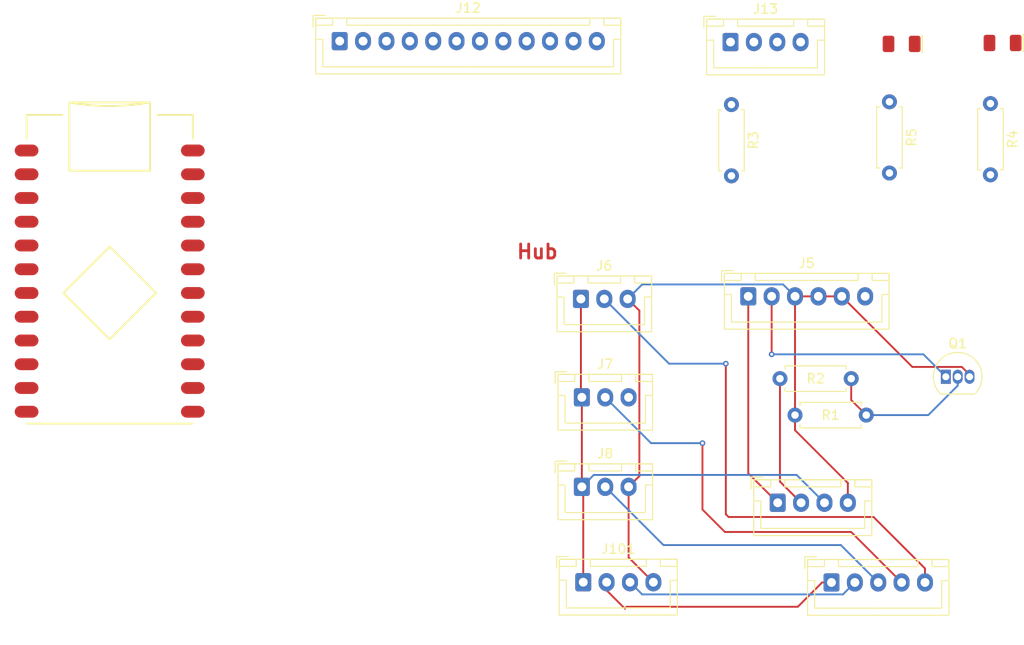
<source format=kicad_pcb>
(kicad_pcb (version 20241229) (generator "pcbnew") (generator_version "9.0")
  (layers (0 "F.Cu" signal) (2 "B.Cu" signal) (13 "F.Paste" user) (15 "B.Paste" user) (5 "F.SilkS" user "F.Silkscreen") (7 "B.SilkS" user "B.Silkscreen") (1 "F.Mask" user) (3 "B.Mask" user) (25 "Edge.Cuts" user))
  (net 0 "")
  (net 1 "GND")
  (net 2 "Net-(D2-A)")
  (net 3 "Net-(D3-A)")
  (net 4 "/Motor_Enable")
  (net 5 "20V")
  (net 6 "/Motor_PWM")
  (net 7 "VCC")
  (net 8 "Net-(J6-Pin_2)")
  (net 9 "Net-(J7-Pin_2)")
  (net 11 "Net-(J8-Pin_2)")
  (net 12 "Matrix_Row2")
  (net 13 "Matrix_Col1")
  (net 14 "Matrix_Row4")
  (net 15 "Matrix_Row1")
  (net 16 "Matrix_Col2")
  (net 18 "Matrix_Col4")
  (net 19 "Matrix_Col3")
  (net 20 "Matrix_Row3")
  (net 21 "Net-(J13-Pin_1)")
  (net 24 "Net-(J101-Pin_2)")
  (net 25 "Net-(J101-Pin_3)")
  (net 26 "Net-(Q1-B)")
  (net 27 "Net-(U1-D3)")
  (net 28 "Net-(U1-RX)")
  (net 32 "Net-(U1-D16)")
  (footprint "Connector_JST:JST_XH_B3B-XH-A_1x03_P2.50mm_Vertical" (layer "F.Cu") (at 146.4 65.7)
    (property "Reference" "J7" (at 2.5 -3.55 0) (layer "F.SilkS"))
    (property "Value" "Y-Axis")
    (fp_line (start -2.85 -2.75) (end -2.85 -1.5) (stroke (width 0.12)) (layer "F.SilkS"))
    (fp_line (start -2.55 -0.2) (end -1.8 -0.2) (stroke (width 0.12)) (layer "F.SilkS"))
    (fp_line (start -1.8 -0.2) (end -1.8 2.75) (stroke (width 0.12)) (layer "F.SilkS"))
    (fp_line (start -1.8 2.75) (end 2.5 2.75) (stroke (width 0.12)) (layer "F.SilkS"))
    (fp_line (start -1.6 -2.75) (end -2.85 -2.75) (stroke (width 0.12)) (layer "F.SilkS"))
    (fp_line (start 6.8 -0.2) (end 6.8 2.75) (stroke (width 0.12)) (layer "F.SilkS"))
    (fp_line (start 6.8 2.75) (end 2.5 2.75) (stroke (width 0.12)) (layer "F.SilkS"))
    (fp_line (start 7.55 -0.2) (end 6.8 -0.2) (stroke (width 0.12)) (layer "F.SilkS"))
    (fp_rect (start -2.56 -2.46) (end 7.56 3.51) (stroke (width 0.12)) (fill no) (layer "F.SilkS"))
    (fp_rect (start -2.55 -2.45) (end -0.75 -1.7) (stroke (width 0.12)) (fill no) (layer "F.SilkS"))
    (fp_rect (start 0.75 -2.45) (end 4.25 -1.7) (stroke (width 0.12)) (fill no) (layer "F.SilkS"))
    (fp_rect (start 5.75 -2.45) (end 7.55 -1.7) (stroke (width 0.12)) (fill no) (layer "F.SilkS"))
    (pad "1" thru_hole roundrect (at 0 0) (size 1.7 1.95) (drill 0.95) (layers "*.Cu" "*.Mask") (roundrect_rratio 0.147059) (net 7 "VCC"))
    (pad "2" thru_hole oval (at 2.5 0) (size 1.7 1.95) (drill 0.95) (layers "*.Cu" "*.Mask") (net 9 "Net-(J7-Pin_2)"))
    (pad "3" thru_hole oval (at 5 0) (size 1.7 1.95) (drill 0.95) (layers "*.Cu" "*.Mask"))
  )
  (footprint "Package_TO_SOT_THT:TO-92_Inline" (layer "F.Cu") (at 185.33 63.5)
    (property "Reference" "Q1" (at 1.27 -3.56 0) (layer "F.SilkS"))
    (property "Value" "BC548")
    (fp_line (start -0.53 1.85) (end 3.07 1.85) (stroke (width 0.12)) (layer "F.SilkS"))
    (fp_arc (start -0.568478 1.838478) (mid -1.132087 -0.994977) (end 1.27 -2.6) (stroke (width 0.12)) (layer "F.SilkS"))
    (fp_arc (start 1.27 -2.6) (mid 3.672087 -0.994977) (end 3.108478 1.838478) (stroke (width 0.12)) (layer "F.SilkS"))
    (pad "1" thru_hole rect (at 0 0) (size 1.05 1.5) (drill 0.75) (layers "*.Cu" "*.Mask") (net 4 "/Motor_Enable"))
    (pad "2" thru_hole oval (at 1.27 0) (size 1.05 1.5) (drill 0.75) (layers "*.Cu" "*.Mask") (net 26 "Net-(Q1-B)"))
    (pad "3" thru_hole oval (at 2.54 0) (size 1.05 1.5) (drill 0.75) (layers "*.Cu" "*.Mask") (net 1 "GND"))
  )
  (footprint "Connector_JST:JST_XH_B5B-XH-A_1x05_P2.50mm_Vertical" (layer "F.Cu") (at 173.1 85.5)
    (property "Reference" "J2" (hide yes))
    (property "Value" "JST_XH_B5B-XH-A_1x05_P2.50mm_Vertical" (hide yes))
    (fp_line (start -2.85 -2.75) (end -2.85 -1.5) (stroke (width 0.12)) (layer "F.SilkS"))
    (fp_line (start -2.55 -0.2) (end -1.8 -0.2) (stroke (width 0.12)) (layer "F.SilkS"))
    (fp_line (start -1.8 -0.2) (end -1.8 2.75) (stroke (width 0.12)) (layer "F.SilkS"))
    (fp_line (start -1.8 2.75) (end 5 2.75) (stroke (width 0.12)) (layer "F.SilkS"))
    (fp_line (start -1.6 -2.75) (end -2.85 -2.75) (stroke (width 0.12)) (layer "F.SilkS"))
    (fp_line (start 11.8 -0.2) (end 11.8 2.75) (stroke (width 0.12)) (layer "F.SilkS"))
    (fp_line (start 11.8 2.75) (end 5 2.75) (stroke (width 0.12)) (layer "F.SilkS"))
    (fp_line (start 12.55 -0.2) (end 11.8 -0.2) (stroke (width 0.12)) (layer "F.SilkS"))
    (fp_rect (start -2.56 -2.46) (end 12.56 3.51) (stroke (width 0.12)) (fill no) (layer "F.SilkS"))
    (fp_rect (start -2.55 -2.45) (end -0.75 -1.7) (stroke (width 0.12)) (fill no) (layer "F.SilkS"))
    (fp_rect (start 0.75 -2.45) (end 9.25 -1.7) (stroke (width 0.12)) (fill no) (layer "F.SilkS"))
    (fp_rect (start 10.75 -2.45) (end 12.55 -1.7) (stroke (width 0.12)) (fill no) (layer "F.SilkS"))
    (pad "1" thru_hole roundrect (at 0 0) (size 1.7 1.95) (drill 0.95) (layers "*.Cu" "*.Mask") (roundrect_rratio 0.147059) (net 24 "Net-(J101-Pin_2)"))
    (pad "2" thru_hole oval (at 2.5 0) (size 1.7 1.95) (drill 0.95) (layers "*.Cu" "*.Mask") (net 25 "Net-(J101-Pin_3)"))
    (pad "3" thru_hole oval (at 5 0) (size 1.7 1.95) (drill 0.95) (layers "*.Cu" "*.Mask") (net 11 "Net-(J8-Pin_2)"))
    (pad "4" thru_hole oval (at 7.5 0) (size 1.7 1.95) (drill 0.95) (layers "*.Cu" "*.Mask") (net 9 "Net-(J7-Pin_2)"))
    (pad "5" thru_hole oval (at 10 0) (size 1.7 1.95) (drill 0.95) (layers "*.Cu" "*.Mask") (net 8 "Net-(J6-Pin_2)"))
  )
  (footprint "Resistor_THT:R_Axial_DIN0207_L6.3mm_D2.5mm_P7.62mm_Horizontal" (layer "F.Cu") (at 190.1 34.28 -90)
    (property "Reference" "R4" (at 3.81 -2.37 90) (layer "F.SilkS"))
    (property "Value" "4.7k")
    (fp_line (start 0.54 1.37) (end 7.08 1.37) (stroke (width 0.12)) (layer "F.SilkS"))
    (fp_line (start 7.08 1.37) (end 7.08 1.04) (stroke (width 0.12)) (layer "F.SilkS"))
    (fp_line (start 0.54 1.04) (end 0.54 1.37) (stroke (width 0.12)) (layer "F.SilkS"))
    (fp_line (start 0.54 -1.04) (end 0.54 -1.37) (stroke (width 0.12)) (layer "F.SilkS"))
    (fp_line (start 0.54 -1.37) (end 7.08 -1.37) (stroke (width 0.12)) (layer "F.SilkS"))
    (fp_line (start 7.08 -1.37) (end 7.08 -1.04) (stroke (width 0.12)) (layer "F.SilkS"))
    (pad "1" thru_hole circle (at 0 0 270) (size 1.6 1.6) (drill 0.8) (layers "*.Cu" "*.Mask") (net 3 "Net-(D3-A)"))
    (pad "2" thru_hole circle (at 7.62 0 270) (size 1.6 1.6) (drill 0.8) (layers "*.Cu" "*.Mask") (net 28 "Net-(U1-RX)"))
  )
  (footprint "Resistor_THT:R_Axial_DIN0207_L6.3mm_D2.5mm_P7.62mm_Horizontal" (layer "F.Cu") (at 162.4 34.39 -90)
    (property "Reference" "R3" (at 3.81 -2.37 90) (layer "F.SilkS"))
    (property "Value" "820")
    (fp_line (start 0.54 1.37) (end 7.08 1.37) (stroke (width 0.12)) (layer "F.SilkS"))
    (fp_line (start 7.08 1.37) (end 7.08 1.04) (stroke (width 0.12)) (layer "F.SilkS"))
    (fp_line (start 0.54 1.04) (end 0.54 1.37) (stroke (width 0.12)) (layer "F.SilkS"))
    (fp_line (start 0.54 -1.04) (end 0.54 -1.37) (stroke (width 0.12)) (layer "F.SilkS"))
    (fp_line (start 0.54 -1.37) (end 7.08 -1.37) (stroke (width 0.12)) (layer "F.SilkS"))
    (fp_line (start 7.08 -1.37) (end 7.08 -1.04) (stroke (width 0.12)) (layer "F.SilkS"))
    (pad "1" thru_hole circle (at 0 0 270) (size 1.6 1.6) (drill 0.8) (layers "*.Cu" "*.Mask") (net 21 "Net-(J13-Pin_1)"))
    (pad "2" thru_hole circle (at 7.62 0 270) (size 1.6 1.6) (drill 0.8) (layers "*.Cu" "*.Mask") (net 27 "Net-(U1-D3)"))
  )
  (footprint "Connector_JST:JST_XH_B6B-XH-A_1x06_P2.50mm_Vertical" (layer "F.Cu") (at 164.2 54.9)
    (property "Reference" "J5" (at 6.25 -3.55 0) (layer "F.SilkS"))
    (property "Value" "Motor-PCB")
    (fp_line (start -2.85 -2.75) (end -2.85 -1.5) (stroke (width 0.12)) (layer "F.SilkS"))
    (fp_line (start -2.55 -0.2) (end -1.8 -0.2) (stroke (width 0.12)) (layer "F.SilkS"))
    (fp_line (start -1.8 -0.2) (end -1.8 2.75) (stroke (width 0.12)) (layer "F.SilkS"))
    (fp_line (start -1.8 2.75) (end 6.25 2.75) (stroke (width 0.12)) (layer "F.SilkS"))
    (fp_line (start -1.6 -2.75) (end -2.85 -2.75) (stroke (width 0.12)) (layer "F.SilkS"))
    (fp_line (start 14.3 -0.2) (end 14.3 2.75) (stroke (width 0.12)) (layer "F.SilkS"))
    (fp_line (start 14.3 2.75) (end 6.25 2.75) (stroke (width 0.12)) (layer "F.SilkS"))
    (fp_line (start 15.05 -0.2) (end 14.3 -0.2) (stroke (width 0.12)) (layer "F.SilkS"))
    (fp_rect (start -2.56 -2.46) (end 15.06 3.51) (stroke (width 0.12)) (fill no) (layer "F.SilkS"))
    (fp_rect (start -2.55 -2.45) (end -0.75 -1.7) (stroke (width 0.12)) (fill no) (layer "F.SilkS"))
    (fp_rect (start 0.75 -2.45) (end 11.75 -1.7) (stroke (width 0.12)) (fill no) (layer "F.SilkS"))
    (fp_rect (start 13.25 -2.45) (end 15.05 -1.7) (stroke (width 0.12)) (fill no) (layer "F.SilkS"))
    (pad "1" thru_hole roundrect (at 0 0) (size 1.7 1.95) (drill 0.95) (layers "*.Cu" "*.Mask") (roundrect_rratio 0.147059) (net 6 "/Motor_PWM"))
    (pad "2" thru_hole oval (at 2.5 0) (size 1.7 1.95) (drill 0.95) (layers "*.Cu" "*.Mask") (net 4 "/Motor_Enable"))
    (pad "3" thru_hole oval (at 5 0) (size 1.7 1.95) (drill 0.95) (layers "*.Cu" "*.Mask") (net 1 "GND"))
    (pad "4" thru_hole oval (at 7.5 0) (size 1.7 1.95) (drill 0.95) (layers "*.Cu" "*.Mask") (net 1 "GND"))
    (pad "5" thru_hole oval (at 10 0) (size 1.7 1.95) (drill 0.95) (layers "*.Cu" "*.Mask") (net 1 "GND"))
    (pad "6" thru_hole oval (at 12.5 0) (size 1.7 1.95) (drill 0.95) (layers "*.Cu" "*.Mask") (net 5 "20V"))
  )
  (footprint "Resistor_THT:R_Axial_DIN0207_L6.3mm_D2.5mm_P7.62mm_Horizontal" (layer "F.Cu") (at 179.3 34.09 -90)
    (property "Reference" "R5" (at 3.81 -2.37 90) (layer "F.SilkS"))
    (property "Value" "150k")
    (fp_line (start 0.54 1.37) (end 7.08 1.37) (stroke (width 0.12)) (layer "F.SilkS"))
    (fp_line (start 7.08 1.37) (end 7.08 1.04) (stroke (width 0.12)) (layer "F.SilkS"))
    (fp_line (start 0.54 1.04) (end 0.54 1.37) (stroke (width 0.12)) (layer "F.SilkS"))
    (fp_line (start 0.54 -1.04) (end 0.54 -1.37) (stroke (width 0.12)) (layer "F.SilkS"))
    (fp_line (start 0.54 -1.37) (end 7.08 -1.37) (stroke (width 0.12)) (layer "F.SilkS"))
    (fp_line (start 7.08 -1.37) (end 7.08 -1.04) (stroke (width 0.12)) (layer "F.SilkS"))
    (pad "1" thru_hole circle (at 0 0 270) (size 1.6 1.6) (drill 0.8) (layers "*.Cu" "*.Mask") (net 2 "Net-(D2-A)"))
    (pad "2" thru_hole circle (at 7.62 0 270) (size 1.6 1.6) (drill 0.8) (layers "*.Cu" "*.Mask") (net 5 "20V"))
  )
  (footprint "Connector_JST:JST_XH_B4B-XH-A_1x04_P2.50mm_Vertical" (layer "F.Cu") (at 162.3 27.7)
    (property "Reference" "J13" (at 3.75 -3.55 0) (layer "F.SilkS"))
    (property "Value" "Front LED")
    (fp_line (start -2.85 -2.75) (end -2.85 -1.5) (stroke (width 0.12)) (layer "F.SilkS"))
    (fp_line (start -2.55 -0.2) (end -1.8 -0.2) (stroke (width 0.12)) (layer "F.SilkS"))
    (fp_line (start -1.8 -0.2) (end -1.8 2.75) (stroke (width 0.12)) (layer "F.SilkS"))
    (fp_line (start -1.8 2.75) (end 3.75 2.75) (stroke (width 0.12)) (layer "F.SilkS"))
    (fp_line (start -1.6 -2.75) (end -2.85 -2.75) (stroke (width 0.12)) (layer "F.SilkS"))
    (fp_line (start 9.3 -0.2) (end 9.3 2.75) (stroke (width 0.12)) (layer "F.SilkS"))
    (fp_line (start 9.3 2.75) (end 3.75 2.75) (stroke (width 0.12)) (layer "F.SilkS"))
    (fp_line (start 10.05 -0.2) (end 9.3 -0.2) (stroke (width 0.12)) (layer "F.SilkS"))
    (fp_rect (start -2.56 -2.46) (end 10.06 3.51) (stroke (width 0.12)) (fill no) (layer "F.SilkS"))
    (fp_rect (start -2.55 -2.45) (end -0.75 -1.7) (stroke (width 0.12)) (fill no) (layer "F.SilkS"))
    (fp_rect (start 0.75 -2.45) (end 6.75 -1.7) (stroke (width 0.12)) (fill no) (layer "F.SilkS"))
    (fp_rect (start 8.25 -2.45) (end 10.05 -1.7) (stroke (width 0.12)) (fill no) (layer "F.SilkS"))
    (pad "1" thru_hole roundrect (at 0 0) (size 1.7 1.95) (drill 0.95) (layers "*.Cu" "*.Mask") (roundrect_rratio 0.147059) (net 21 "Net-(J13-Pin_1)"))
    (pad "2" thru_hole oval (at 2.5 0) (size 1.7 1.95) (drill 0.95) (layers "*.Cu" "*.Mask") (net 1 "GND"))
    (pad "3" thru_hole oval (at 5 0) (size 1.7 1.95) (drill 0.95) (layers "*.Cu" "*.Mask"))
    (pad "4" thru_hole oval (at 7.5 0) (size 1.7 1.95) (drill 0.95) (layers "*.Cu" "*.Mask"))
  )
  (footprint "Resistor_THT:R_Axial_DIN0207_L6.3mm_D2.5mm_P7.62mm_Horizontal" (layer "F.Cu") (at 167.59 63.7)
    (property "Reference" "R2" (at 3.81 0 0) (layer "F.SilkS"))
    (property "Value" "10k")
    (fp_line (start 0.54 -1.37) (end 7.08 -1.37) (stroke (width 0.12)) (layer "F.SilkS"))
    (fp_line (start 0.54 -1.04) (end 0.54 -1.37) (stroke (width 0.12)) (layer "F.SilkS"))
    (fp_line (start 0.54 1.04) (end 0.54 1.37) (stroke (width 0.12)) (layer "F.SilkS"))
    (fp_line (start 0.54 1.37) (end 7.08 1.37) (stroke (width 0.12)) (layer "F.SilkS"))
    (fp_line (start 7.08 -1.37) (end 7.08 -1.04) (stroke (width 0.12)) (layer "F.SilkS"))
    (fp_line (start 7.08 1.37) (end 7.08 1.04) (stroke (width 0.12)) (layer "F.SilkS"))
    (pad "1" thru_hole circle (at 0 0) (size 1.6 1.6) (drill 0.8) (layers "*.Cu" "*.Mask") (net 32 "Net-(U1-D16)"))
    (pad "2" thru_hole circle (at 7.62 0) (size 1.6 1.6) (drill 0.8) (layers "*.Cu" "*.Mask") (net 26 "Net-(Q1-B)"))
  )
  (footprint "PCM_SparkFun-LED:LED_1206_3216Metric_Blue" (layer "F.Cu") (at 191.4 27.8 180)
    (property "Reference" "D3")
    (property "Value" "Blue")
    (fp_line (start -2.2 -0.9) (end -2.2 0.9) (stroke (width 0.1778)) (layer "F.SilkS"))
    (pad "1" smd roundrect (at -1.4 0 180) (size 1.25 1.75) (layers "F.Cu" "F.Mask" "F.Paste") (roundrect_rratio 0.2) (net 1 "GND"))
    (pad "2" smd roundrect (at 1.4 0 180) (size 1.25 1.75) (layers "F.Cu" "F.Mask" "F.Paste") (roundrect_rratio 0.2) (net 3 "Net-(D3-A)"))
  )
  (footprint "Resistor_THT:R_Axial_DIN0207_L6.3mm_D2.5mm_P7.62mm_Horizontal" (layer "F.Cu") (at 176.82 67.6 180)
    (property "Reference" "R1" (at 3.81 0 0) (layer "F.SilkS"))
    (property "Value" "4.7k")
    (fp_line (start 7.08 1.37) (end 7.08 1.04) (stroke (width 0.12)) (layer "F.SilkS"))
    (fp_line (start 7.08 -1.37) (end 7.08 -1.04) (stroke (width 0.12)) (layer "F.SilkS"))
    (fp_line (start 0.54 1.37) (end 7.08 1.37) (stroke (width 0.12)) (layer "F.SilkS"))
    (fp_line (start 0.54 1.04) (end 0.54 1.37) (stroke (width 0.12)) (layer "F.SilkS"))
    (fp_line (start 0.54 -1.04) (end 0.54 -1.37) (stroke (width 0.12)) (layer "F.SilkS"))
    (fp_line (start 0.54 -1.37) (end 7.08 -1.37) (stroke (width 0.12)) (layer "F.SilkS"))
    (pad "1" thru_hole circle (at 0 0 180) (size 1.6 1.6) (drill 0.8) (layers "*.Cu" "*.Mask") (net 26 "Net-(Q1-B)"))
    (pad "2" thru_hole circle (at 7.62 0 180) (size 1.6 1.6) (drill 0.8) (layers "*.Cu" "*.Mask") (net 1 "GND"))
  )
  (footprint "Connector_JST:JST_XH_B3B-XH-A_1x03_P2.50mm_Vertical" (layer "F.Cu") (at 146.3 55.175)
    (property "Reference" "J6" (at 2.5 -3.55 0) (layer "F.SilkS"))
    (property "Value" "X-Axis")
    (fp_line (start -2.85 -2.75) (end -2.85 -1.5) (stroke (width 0.12)) (layer "F.SilkS"))
    (fp_line (start -2.55 -0.2) (end -1.8 -0.2) (stroke (width 0.12)) (layer "F.SilkS"))
    (fp_line (start -1.8 -0.2) (end -1.8 2.75) (stroke (width 0.12)) (layer "F.SilkS"))
    (fp_line (start -1.8 2.75) (end 2.5 2.75) (stroke (width 0.12)) (layer "F.SilkS"))
    (fp_line (start -1.6 -2.75) (end -2.85 -2.75) (stroke (width 0.12)) (layer "F.SilkS"))
    (fp_line (start 6.8 -0.2) (end 6.8 2.75) (stroke (width 0.12)) (layer "F.SilkS"))
    (fp_line (start 6.8 2.75) (end 2.5 2.75) (stroke (width 0.12)) (layer "F.SilkS"))
    (fp_line (start 7.55 -0.2) (end 6.8 -0.2) (stroke (width 0.12)) (layer "F.SilkS"))
    (fp_rect (start -2.56 -2.46) (end 7.56 3.51) (stroke (width 0.12)) (fill no) (layer "F.SilkS"))
    (fp_rect (start -2.55 -2.45) (end -0.75 -1.7) (stroke (width 0.12)) (fill no) (layer "F.SilkS"))
    (fp_rect (start 0.75 -2.45) (end 4.25 -1.7) (stroke (width 0.12)) (fill no) (layer "F.SilkS"))
    (fp_rect (start 5.75 -2.45) (end 7.55 -1.7) (stroke (width 0.12)) (fill no) (layer "F.SilkS"))
    (pad "1" thru_hole roundrect (at 0 0) (size 1.7 1.95) (drill 0.95) (layers "*.Cu" "*.Mask") (roundrect_rratio 0.147059) (net 7 "VCC"))
    (pad "2" thru_hole oval (at 2.5 0) (size 1.7 1.95) (drill 0.95) (layers "*.Cu" "*.Mask") (net 8 "Net-(J6-Pin_2)"))
    (pad "3" thru_hole oval (at 5 0) (size 1.7 1.95) (drill 0.95) (layers "*.Cu" "*.Mask") (net 1 "GND"))
  )
  (footprint "Connector_JST:JST_XH_B4B-XH-A_1x04_P2.50mm_Vertical" (layer "F.Cu") (at 146.55 85.475)
    (property "Reference" "J101" (at 3.75 -3.55 0) (layer "F.SilkS"))
    (property "Value" "Analog Levers")
    (fp_line (start -2.85 -2.75) (end -2.85 -1.5) (stroke (width 0.12)) (layer "F.SilkS"))
    (fp_line (start -2.55 -0.2) (end -1.8 -0.2) (stroke (width 0.12)) (layer "F.SilkS"))
    (fp_line (start -1.8 -0.2) (end -1.8 2.75) (stroke (width 0.12)) (layer "F.SilkS"))
    (fp_line (start -1.8 2.75) (end 3.75 2.75) (stroke (width 0.12)) (layer "F.SilkS"))
    (fp_line (start -1.6 -2.75) (end -2.85 -2.75) (stroke (width 0.12)) (layer "F.SilkS"))
    (fp_line (start 9.3 -0.2) (end 9.3 2.75) (stroke (width 0.12)) (layer "F.SilkS"))
    (fp_line (start 9.3 2.75) (end 3.75 2.75) (stroke (width 0.12)) (layer "F.SilkS"))
    (fp_line (start 10.05 -0.2) (end 9.3 -0.2) (stroke (width 0.12)) (layer "F.SilkS"))
    (fp_rect (start -2.56 -2.46) (end 10.06 3.51) (stroke (width 0.12)) (fill no) (layer "F.SilkS"))
    (fp_rect (start -2.55 -2.45) (end -0.75 -1.7) (stroke (width 0.12)) (fill no) (layer "F.SilkS"))
    (fp_rect (start 0.75 -2.45) (end 6.75 -1.7) (stroke (width 0.12)) (fill no) (layer "F.SilkS"))
    (fp_rect (start 8.25 -2.45) (end 10.05 -1.7) (stroke (width 0.12)) (fill no) (layer "F.SilkS"))
    (pad "1" thru_hole roundrect (at 0 0) (size 1.7 1.95) (drill 0.95) (layers "*.Cu" "*.Mask") (roundrect_rratio 0.147059) (net 7 "VCC"))
    (pad "2" thru_hole oval (at 2.5 0) (size 1.7 1.95) (drill 0.95) (layers "*.Cu" "*.Mask") (net 24 "Net-(J101-Pin_2)"))
    (pad "3" thru_hole oval (at 5 0) (size 1.7 1.95) (drill 0.95) (layers "*.Cu" "*.Mask") (net 25 "Net-(J101-Pin_3)"))
    (pad "4" thru_hole oval (at 7.5 0) (size 1.7 1.95) (drill 0.95) (layers "*.Cu" "*.Mask") (net 1 "GND"))
  )
  (footprint "PCM_SparkFun-Board:ProMicroC" (layer "F.Cu") (at 95.9 52)
    (property "Reference" "U1")
    (property "Value" "ProMicroC")
    (fp_line (start -8.89 -16.51) (end -8.89 -13.97) (stroke (width 0.2032)) (layer "F.SilkS"))
    (fp_line (start -5.08 -16.51) (end -8.89 -16.51) (stroke (width 0.2032)) (layer "F.SilkS"))
    (fp_line (start -4.953 2.54) (end 0 7.493) (stroke (width 0.2032)) (layer "F.SilkS"))
    (fp_line (start -4.318 -17.8435) (end 4.318 -17.8435) (stroke (width 0.2032)) (layer "F.SilkS"))
    (fp_line (start -4.318 -10.541) (end -4.318 -17.8435) (stroke (width 0.2032)) (layer "F.SilkS"))
    (fp_line (start 0 -2.413) (end -4.953 2.54) (stroke (width 0.2032)) (layer "F.SilkS"))
    (fp_line (start 0 7.493) (end 4.953 2.54) (stroke (width 0.2032)) (layer "F.SilkS"))
    (fp_line (start 4.318 -17.8435) (end 4.318 -10.541) (stroke (width 0.2032)) (layer "F.SilkS"))
    (fp_line (start 4.318 -10.541) (end -4.318 -10.541) (stroke (width 0.2032)) (layer "F.SilkS"))
    (fp_line (start 4.953 2.54) (end 0 -2.413) (stroke (width 0.2032)) (layer "F.SilkS"))
    (fp_line (start 5.08 -16.51) (end 8.89 -16.51) (stroke (width 0.2032)) (layer "F.SilkS"))
    (fp_line (start 8.89 -16.51) (end 8.89 -13.97) (stroke (width 0.2032)) (layer "F.SilkS"))
    (fp_line (start 8.89 16.51) (end -8.89 16.51) (stroke (width 0.2032)) (layer "F.SilkS"))
    (fp_arc (start 4.318 -17.8435) (mid 0 -17.460445) (end -4.318 -17.8435) (stroke (width 0.2032)) (layer "F.SilkS"))
    (pad "1" smd roundrect (at -8.89 -12.7) (size 2.54 1.27) (layers "F.Cu" "F.Mask" "F.Paste") (roundrect_rratio 0.5))
    (pad "2" smd roundrect (at -8.89 -10.16) (size 2.54 1.27) (layers "F.Cu" "F.Mask" "F.Paste") (roundrect_rratio 0.5) (net 28 "Net-(U1-RX)"))
    (pad "3" smd roundrect (at -8.89 -7.62) (size 2.54 1.27) (layers "F.Cu" "F.Mask" "F.Paste") (roundrect_rratio 0.5) (net 1 "GND"))
    (pad "4" smd roundrect (at -8.89 -5.08) (size 2.54 1.27) (layers "F.Cu" "F.Mask" "F.Paste") (roundrect_rratio 0.5) (net 1 "GND"))
    (pad "5" smd roundrect (at -8.89 -2.54) (size 2.54 1.27) (layers "F.Cu" "F.Mask" "F.Paste") (roundrect_rratio 0.5) (net 18 "Matrix_Col4"))
    (pad "6" smd roundrect (at -8.89 0) (size 2.54 1.27) (layers "F.Cu" "F.Mask" "F.Paste") (roundrect_rratio 0.5) (net 27 "Net-(U1-D3)"))
    (pad "7" smd roundrect (at -8.89 2.54) (size 2.54 1.27) (layers "F.Cu" "F.Mask" "F.Paste") (roundrect_rratio 0.5) (net 14 "Matrix_Row4"))
    (pad "8" smd roundrect (at -8.89 5.08) (size 2.54 1.27) (layers "F.Cu" "F.Mask" "F.Paste") (roundrect_rratio 0.5) (net 13 "Matrix_Col1"))
    (pad "9" smd roundrect (at -8.89 7.62) (size 2.54 1.27) (layers "F.Cu" "F.Mask" "F.Paste") (roundrect_rratio 0.5) (net 15 "Matrix_Row1"))
    (pad "10" smd roundrect (at -8.89 10.16) (size 2.54 1.27) (layers "F.Cu" "F.Mask" "F.Paste") (roundrect_rratio 0.5) (net 12 "Matrix_Row2"))
    (pad "11" smd roundrect (at -8.89 12.7) (size 2.54 1.27) (layers "F.Cu" "F.Mask" "F.Paste") (roundrect_rratio 0.5) (net 20 "Matrix_Row3"))
    (pad "12" smd roundrect (at -8.89 15.24) (size 2.54 1.27) (layers "F.Cu" "F.Mask" "F.Paste") (roundrect_rratio 0.5) (net 6 "/Motor_PWM"))
    (pad "13" smd roundrect (at 8.89 15.24) (size 2.54 1.27) (layers "F.Cu" "F.Mask" "F.Paste") (roundrect_rratio 0.5) (net 25 "Net-(J101-Pin_3)"))
    (pad "14" smd roundrect (at 8.89 12.7) (size 2.54 1.27) (layers "F.Cu" "F.Mask" "F.Paste") (roundrect_rratio 0.5) (net 32 "Net-(U1-D16)"))
    (pad "15" smd roundrect (at 8.89 10.16) (size 2.54 1.27) (layers "F.Cu" "F.Mask" "F.Paste") (roundrect_rratio 0.5) (net 16 "Matrix_Col2"))
    (pad "16" smd roundrect (at 8.89 7.62) (size 2.54 1.27) (layers "F.Cu" "F.Mask" "F.Paste") (roundrect_rratio 0.5) (net 19 "Matrix_Col3"))
    (pad "17" smd roundrect (at 8.89 5.08) (size 2.54 1.27) (layers "F.Cu" "F.Mask" "F.Paste") (roundrect_rratio 0.5) (net 8 "Net-(J6-Pin_2)"))
    (pad "18" smd roundrect (at 8.89 2.54) (size 2.54 1.27) (layers "F.Cu" "F.Mask" "F.Paste") (roundrect_rratio 0.5) (net 9 "Net-(J7-Pin_2)"))
    (pad "19" smd roundrect (at 8.89 0) (size 2.54 1.27) (layers "F.Cu" "F.Mask" "F.Paste") (roundrect_rratio 0.5) (net 11 "Net-(J8-Pin_2)"))
    (pad "20" smd roundrect (at 8.89 -2.54) (size 2.54 1.27) (layers "F.Cu" "F.Mask" "F.Paste") (roundrect_rratio 0.5) (net 24 "Net-(J101-Pin_2)"))
    (pad "21" smd roundrect (at 8.89 -5.08) (size 2.54 1.27) (layers "F.Cu" "F.Mask" "F.Paste") (roundrect_rratio 0.5) (net 7 "VCC"))
    (pad "22" smd roundrect (at 8.89 -7.62) (size 2.54 1.27) (layers "F.Cu" "F.Mask" "F.Paste") (roundrect_rratio 0.5))
    (pad "23" smd roundrect (at 8.89 -10.16) (size 2.54 1.27) (layers "F.Cu" "F.Mask" "F.Paste") (roundrect_rratio 0.5) (net 1 "GND"))
    (pad "24" smd roundrect (at 8.89 -12.7) (size 2.54 1.27) (layers "F.Cu" "F.Mask" "F.Paste") (roundrect_rratio 0.5))
  )
  (footprint "PCM_SparkFun-LED:LED_1206_3216Metric_Red" (layer "F.Cu") (at 180.6 27.9 180)
    (property "Reference" "D2")
    (property "Value" "Green")
    (fp_line (start -2.2 -0.9) (end -2.2 0.9) (stroke (width 0.1778)) (layer "F.SilkS"))
    (pad "1" smd roundrect (at -1.4 0 180) (size 1.25 1.75) (layers "F.Cu" "F.Mask" "F.Paste") (roundrect_rratio 0.2) (net 1 "GND"))
    (pad "2" smd roundrect (at 1.4 0 180) (size 1.25 1.75) (layers "F.Cu" "F.Mask" "F.Paste") (roundrect_rratio 0.2) (net 2 "Net-(D2-A)"))
  )
  (footprint "Connector_JST:JST_XH_B12B-XH-A_1x12_P2.50mm_Vertical" (layer "F.Cu") (at 120.5 27.6)
    (property "Reference" "J12" (at 13.75 -3.55 0) (layer "F.SilkS"))
    (property "Value" "Button Matrix")
    (fp_line (start -2.85 -2.75) (end -2.85 -1.5) (stroke (width 0.12)) (layer "F.SilkS"))
    (fp_line (start -2.55 -0.2) (end -1.8 -0.2) (stroke (width 0.12)) (layer "F.SilkS"))
    (fp_line (start -1.8 -0.2) (end -1.8 2.75) (stroke (width 0.12)) (layer "F.SilkS"))
    (fp_line (start -1.8 2.75) (end 13.75 2.75) (stroke (width 0.12)) (layer "F.SilkS"))
    (fp_line (start -1.6 -2.75) (end -2.85 -2.75) (stroke (width 0.12)) (layer "F.SilkS"))
    (fp_line (start 29.3 -0.2) (end 29.3 2.75) (stroke (width 0.12)) (layer "F.SilkS"))
    (fp_line (start 29.3 2.75) (end 13.75 2.75) (stroke (width 0.12)) (layer "F.SilkS"))
    (fp_line (start 30.05 -0.2) (end 29.3 -0.2) (stroke (width 0.12)) (layer "F.SilkS"))
    (fp_rect (start -2.56 -2.46) (end 30.06 3.51) (stroke (width 0.12)) (fill no) (layer "F.SilkS"))
    (fp_rect (start -2.55 -2.45) (end -0.75 -1.7) (stroke (width 0.12)) (fill no) (layer "F.SilkS"))
    (fp_rect (start 0.75 -2.45) (end 26.75 -1.7) (stroke (width 0.12)) (fill no) (layer "F.SilkS"))
    (fp_rect (start 28.25 -2.45) (end 30.05 -1.7) (stroke (width 0.12)) (fill no) (layer "F.SilkS"))
    (pad "1" thru_hole roundrect (at 0 0) (size 1.7 1.95) (drill 0.95) (layers "*.Cu" "*.Mask") (roundrect_rratio 0.147059) (net 13 "Matrix_Col1"))
    (pad "2" thru_hole oval (at 2.5 0) (size 1.7 1.95) (drill 0.95) (layers "*.Cu" "*.Mask") (net 16 "Matrix_Col2"))
    (pad "3" thru_hole oval (at 5 0) (size 1.7 1.95) (drill 0.95) (layers "*.Cu" "*.Mask") (net 19 "Matrix_Col3"))
    (pad "4" thru_hole oval (at 7.5 0) (size 1.7 1.95) (drill 0.95) (layers "*.Cu" "*.Mask") (net 18 "Matrix_Col4"))
    (pad "5" thru_hole oval (at 10 0) (size 1.7 1.95) (drill 0.95) (layers "*.Cu" "*.Mask") (net 15 "Matrix_Row1"))
    (pad "6" thru_hole oval (at 12.5 0) (size 1.7 1.95) (drill 0.95) (layers "*.Cu" "*.Mask") (net 12 "Matrix_Row2"))
    (pad "7" thru_hole oval (at 15 0) (size 1.7 1.95) (drill 0.95) (layers "*.Cu" "*.Mask") (net 20 "Matrix_Row3"))
    (pad "8" thru_hole oval (at 17.5 0) (size 1.7 1.95) (drill 0.95) (layers "*.Cu" "*.Mask") (net 14 "Matrix_Row4"))
    (pad "9" thru_hole oval (at 20 0) (size 1.7 1.95) (drill 0.95) (layers "*.Cu" "*.Mask") (net 13 "Matrix_Col1"))
    (pad "10" thru_hole oval (at 22.5 0) (size 1.7 1.95) (drill 0.95) (layers "*.Cu" "*.Mask") (net 16 "Matrix_Col2"))
    (pad "11" thru_hole oval (at 25 0) (size 1.7 1.95) (drill 0.95) (layers "*.Cu" "*.Mask"))
    (pad "12" thru_hole oval (at 27.5 0) (size 1.7 1.95) (drill 0.95) (layers "*.Cu" "*.Mask") (net 12 "Matrix_Row2"))
  )
  (footprint "Connector_JST:JST_XH_B4B-XH-A_1x04_P2.50mm_Vertical" (layer "F.Cu") (at 167.35 76.975)
    (property "Reference" "J1" (hide yes))
    (property "Value" "Analog Levers" (hide yes))
    (fp_line (start -2.85 -2.75) (end -2.85 -1.5) (stroke (width 0.12)) (layer "F.SilkS"))
    (fp_line (start -2.55 -0.2) (end -1.8 -0.2) (stroke (width 0.12)) (layer "F.SilkS"))
    (fp_line (start -1.8 -0.2) (end -1.8 2.75) (stroke (width 0.12)) (layer "F.SilkS"))
    (fp_line (start -1.8 2.75) (end 3.75 2.75) (stroke (width 0.12)) (layer "F.SilkS"))
    (fp_line (start -1.6 -2.75) (end -2.85 -2.75) (stroke (width 0.12)) (layer "F.SilkS"))
    (fp_line (start 9.3 -0.2) (end 9.3 2.75) (stroke (width 0.12)) (layer "F.SilkS"))
    (fp_line (start 9.3 2.75) (end 3.75 2.75) (stroke (width 0.12)) (layer "F.SilkS"))
    (fp_line (start 10.05 -0.2) (end 9.3 -0.2) (stroke (width 0.12)) (layer "F.SilkS"))
    (fp_rect (start -2.56 -2.46) (end 10.06 3.51) (stroke (width 0.12)) (fill no) (layer "F.SilkS"))
    (fp_rect (start -2.55 -2.45) (end -0.75 -1.7) (stroke (width 0.12)) (fill no) (layer "F.SilkS"))
    (fp_rect (start 0.75 -2.45) (end 6.75 -1.7) (stroke (width 0.12)) (fill no) (layer "F.SilkS"))
    (fp_rect (start 8.25 -2.45) (end 10.05 -1.7) (stroke (width 0.12)) (fill no) (layer "F.SilkS"))
    (pad "1" thru_hole roundrect (at 0 0) (size 1.7 1.95) (drill 0.95) (layers "*.Cu" "*.Mask") (roundrect_rratio 0.147059) (net 6 "/Motor_PWM"))
    (pad "2" thru_hole oval (at 2.5 0) (size 1.7 1.95) (drill 0.95) (layers "*.Cu" "*.Mask") (net 32 "Net-(U1-D16)"))
    (pad "3" thru_hole oval (at 5 0) (size 1.7 1.95) (drill 0.95) (layers "*.Cu" "*.Mask") (net 7 "VCC"))
    (pad "4" thru_hole oval (at 7.5 0) (size 1.7 1.95) (drill 0.95) (layers "*.Cu" "*.Mask") (net 1 "GND"))
  )
  (footprint "Connector_JST:JST_XH_B3B-XH-A_1x03_P2.50mm_Vertical" (layer "F.Cu") (at 146.4 75.275)
    (property "Reference" "J8" (at 2.5 -3.55 0) (layer "F.SilkS"))
    (property "Value" "Z-Axis")
    (fp_line (start -2.85 -2.75) (end -2.85 -1.5) (stroke (width 0.12)) (layer "F.SilkS"))
    (fp_line (start -2.55 -0.2) (end -1.8 -0.2) (stroke (width 0.12)) (layer "F.SilkS"))
    (fp_line (start -1.8 -0.2) (end -1.8 2.75) (stroke (width 0.12)) (layer "F.SilkS"))
    (fp_line (start -1.8 2.75) (end 2.5 2.75) (stroke (width 0.12)) (layer "F.SilkS"))
    (fp_line (start -1.6 -2.75) (end -2.85 -2.75) (stroke (width 0.12)) (layer "F.SilkS"))
    (fp_line (start 6.8 -0.2) (end 6.8 2.75) (stroke (width 0.12)) (layer "F.SilkS"))
    (fp_line (start 6.8 2.75) (end 2.5 2.75) (stroke (width 0.12)) (layer "F.SilkS"))
    (fp_line (start 7.55 -0.2) (end 6.8 -0.2) (stroke (width 0.12)) (layer "F.SilkS"))
    (fp_rect (start -2.56 -2.46) (end 7.56 3.51) (stroke (width 0.12)) (fill no) (layer "F.SilkS"))
    (fp_rect (start -2.55 -2.45) (end -0.75 -1.7) (stroke (width 0.12)) (fill no) (layer "F.SilkS"))
    (fp_rect (start 0.75 -2.45) (end 4.25 -1.7) (stroke (width 0.12)) (fill no) (layer "F.SilkS"))
    (fp_rect (start 5.75 -2.45) (end 7.55 -1.7) (stroke (width 0.12)) (fill no) (layer "F.SilkS"))
    (pad "1" thru_hole roundrect (at 0 0) (size 1.7 1.95) (drill 0.95) (layers "*.Cu" "*.Mask") (roundrect_rratio 0.147059) (net 7 "VCC"))
    (pad "2" thru_hole oval (at 2.5 0) (size 1.7 1.95) (drill 0.95) (layers "*.Cu" "*.Mask") (net 11 "Net-(J8-Pin_2)"))
    (pad "3" thru_hole oval (at 5 0) (size 1.7 1.95) (drill 0.95) (layers "*.Cu" "*.Mask") (net 1 "GND"))
  )
  (gr_text "Hub" (at 139.3 51 0) (layer "F.Cu") (effects (font (size 1.5 1.5) (thickness 0.3) (bold yes)) (justify left bottom)))
  (segment (start 169.2 54.9) (end 171.7 54.9) (width 0.2) (layer "F.Cu") (net 1))
  (segment (start 187.87 63.275) (end 187.87 63.5) (width 0.2) (layer "F.Cu") (net 1))
  (segment (start 169.2 69.215) (end 174.86 74.875) (width 0.2) (layer "F.Cu") (net 1))
  (segment (start 152.551 56.426) (end 151.3 55.175) (width 0.2) (layer "F.Cu") (net 1))
  (segment (start 151.4 75.275) (end 151.4 82.825) (width 0.2) (layer "F.Cu") (net 1))
  (segment (start 174.85 74.885) (end 174.85 76.975) (width 0.2) (layer "F.Cu") (net 1))
  (segment (start 174.86 74.875) (end 174.85 74.885) (width 0.2) (layer "F.Cu") (net 1))
  (segment (start 174.2 54.9) (end 181.749 62.449) (width 0.2) (layer "F.Cu") (net 1))
  (segment (start 171.7 54.9) (end 174.2 54.9) (width 0.2) (layer "F.Cu") (net 1))
  (segment (start 151.4 75.275) (end 152.551 74.124) (width 0.2) (layer "F.Cu") (net 1))
  (segment (start 151.4 82.825) (end 154.05 85.475) (width 0.2) (layer "F.Cu") (net 1))
  (segment (start 187.044 62.449) (end 187.87 63.275) (width 0.2) (layer "F.Cu") (net 1))
  (segment (start 181.749 62.449) (end 187.044 62.449) (width 0.2) (layer "F.Cu") (net 1))
  (segment (start 152.551 74.124) (end 152.551 56.426) (width 0.2) (layer "F.Cu") (net 1))
  (segment (start 174.85 76.975) (end 174.85 76.95) (width 0.2) (layer "F.Cu") (net 1))
  (segment (start 169.2 67.6) (end 169.2 69.215) (width 0.2) (layer "F.Cu") (net 1))
  (segment (start 174.85 76.95) (end 175.1 76.7) (width 0.2) (layer "F.Cu") (net 1))
  (segment (start 169.2 54.9) (end 169.2 67.6) (width 0.2) (layer "F.Cu") (net 1))
  (segment (start 152.851 53.624) (end 151.3 55.175) (width 0.2) (layer "B.Cu") (net 1))
  (segment (start 169.2 54.9) (end 167.924 53.624) (width 0.2) (layer "B.Cu") (net 1))
  (segment (start 167.924 53.624) (end 152.851 53.624) (width 0.2) (layer "B.Cu") (net 1))
  (segment (start 166.7 54.9) (end 166.7 61.1) (width 0.2) (layer "F.Cu") (net 4))
  (via (at 166.7 61.1) (size 0.6) (drill 0.3) (layers "F.Cu" "B.Cu") (net 4))
  (segment (start 182.93 61.1) (end 185.33 63.5) (width 0.2) (layer "B.Cu") (net 4))
  (segment (start 166.7 61.1) (end 182.93 61.1) (width 0.2) (layer "B.Cu") (net 4))
  (segment (start 164.2 73.825) (end 167.35 76.975) (width 0.2) (layer "F.Cu") (net 6))
  (segment (start 164.2 54.9) (end 164.2 73.825) (width 0.2) (layer "F.Cu") (net 6))
  (segment (start 146.3 55.175) (end 146.3 65.6) (width 0.2) (layer "F.Cu") (net 7))
  (segment (start 146.55 85.475) (end 146.55 75.425) (width 0.2) (layer "F.Cu") (net 7))
  (segment (start 146.55 75.425) (end 146.4 75.275) (width 0.2) (layer "F.Cu") (net 7))
  (segment (start 146.4 65.7) (end 146.4 75.275) (width 0.2) (layer "F.Cu") (net 7))
  (segment (start 146.3 65.6) (end 146.4 65.7) (width 0.2) (layer "F.Cu") (net 7))
  (segment (start 147.676 73.999) (end 169.374 73.999) (width 0.2) (layer "B.Cu") (net 7))
  (segment (start 146.4 75.275) (end 147.676 73.999) (width 0.2) (layer "B.Cu") (net 7))
  (segment (start 169.374 73.999) (end 172.35 76.975) (width 0.2) (layer "B.Cu") (net 7))
  (segment (start 162.1 78.5) (end 177.6 78.5) (width 0.2) (layer "F.Cu") (net 8))
  (segment (start 161.8 78.2) (end 162.1 78.5) (width 0.2) (layer "F.Cu") (net 8))
  (segment (start 161.8 62.1) (end 161.8 78.2) (width 0.2) (layer "F.Cu") (net 8))
  (segment (start 183.1 84) (end 183.1 85.5) (width 0.2) (layer "F.Cu") (net 8))
  (segment (start 177.6 78.5) (end 183.1 84) (width 0.2) (layer "F.Cu") (net 8))
  (via (at 161.8 62.1) (size 0.6) (drill 0.3) (layers "F.Cu" "B.Cu") (net 8))
  (segment (start 148.8 55.175) (end 155.725 62.1) (width 0.2) (layer "B.Cu") (net 8))
  (segment (start 155.725 62.1) (end 161.8 62.1) (width 0.2) (layer "B.Cu") (net 8))
  (segment (start 175.2 80.1) (end 180.6 85.5) (width 0.2) (layer "F.Cu") (net 9))
  (segment (start 161.7 80.1) (end 175.2 80.1) (width 0.2) (layer "F.Cu") (net 9))
  (segment (start 159.3 77.7) (end 161.7 80.1) (width 0.2) (layer "F.Cu") (net 9))
  (segment (start 159.3 70.6) (end 159.3 77.7) (width 0.2) (layer "F.Cu") (net 9))
  (via (at 159.3 70.6) (size 0.6) (drill 0.3) (layers "F.Cu" "B.Cu") (net 9))
  (segment (start 159.3 70.6) (end 159.4 70.6) (width 0.2) (layer "B.Cu") (net 9))
  (segment (start 148.9 65.7) (end 153.8 70.6) (width 0.2) (layer "B.Cu") (net 9))
  (segment (start 153.8 70.6) (end 159.3 70.6) (width 0.2) (layer "B.Cu") (net 9))
  (segment (start 155.125 81.5) (end 174.1 81.5) (width 0.2) (layer "B.Cu") (net 11))
  (segment (start 148.9 75.275) (end 155.125 81.5) (width 0.2) (layer "B.Cu") (net 11))
  (segment (start 174.1 81.5) (end 178.1 85.5) (width 0.2) (layer "B.Cu") (net 11))
  (segment (start 169.5 88.1) (end 172.1 85.5) (width 0.2) (layer "F.Cu") (net 24))
  (segment (start 151 88.3) (end 151.2 88.1) (width 0.2) (layer "F.Cu") (net 24))
  (segment (start 172.1 85.5) (end 173.1 85.5) (width 0.2) (layer "F.Cu") (net 24))
  (segment (start 151.2 88.1) (end 169.5 88.1) (width 0.2) (layer "F.Cu") (net 24))
  (segment (start 149.05 86.35) (end 151 88.3) (width 0.2) (layer "F.Cu") (net 24))
  (segment (start 149.05 85.475) (end 149.05 86.35) (width 0.2) (layer "F.Cu") (net 24))
  (segment (start 174.324 86.776) (end 175.6 85.5) (width 0.2) (layer "B.Cu") (net 25))
  (segment (start 152.851 86.776) (end 174.324 86.776) (width 0.2) (layer "B.Cu") (net 25))
  (segment (start 151.55 85.475) (end 152.851 86.776) (width 0.2) (layer "B.Cu") (net 25))
  (segment (start 175.21 65.99) (end 176.82 67.6) (width 0.2) (layer "F.Cu") (net 26))
  (segment (start 175.21 63.7) (end 175.21 65.99) (width 0.2) (layer "F.Cu") (net 26))
  (segment (start 176.82 67.6) (end 183.45 67.6) (width 0.2) (layer "B.Cu") (net 26))
  (segment (start 183.45 67.6) (end 186.6 64.45) (width 0.2) (layer "B.Cu") (net 26))
  (segment (start 186.6 64.45) (end 186.6 63.5) (width 0.2) (layer "B.Cu") (net 26))
  (segment (start 167.59 74.715) (end 169.85 76.975) (width 0.2) (layer "F.Cu") (net 32))
  (segment (start 167.59 63.7) (end 167.59 74.715) (width 0.2) (layer "F.Cu") (net 32))
)
</source>
